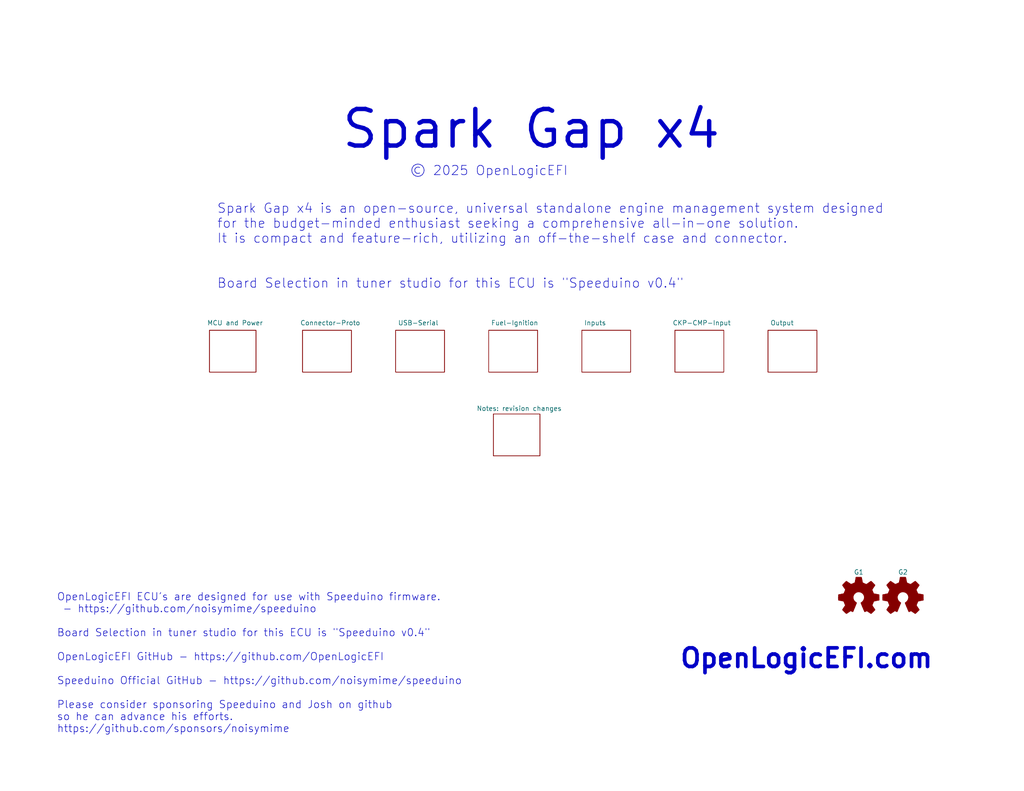
<source format=kicad_sch>
(kicad_sch (version 20250114) (generator "eeschema") (generator_version "9.0")
  (paper "USLetter")
  (title_block (title "Spark Gap x4") (date "2025-05-18") (rev "C") (company "OpenLogicEFI") (comment 1 "openlogicefi.com"))
  (lib_symbols
    (symbol "Graphic:Logo_Open_Hardware_Small" (pin_names (offset 1.016))
      (symbol "Logo_Open_Hardware_Small_0_1"
        (polyline (pts (xy 3.3528 -4.3434) (xy 3.302 -4.318) (xy 3.175 -4.2418) (xy 2.9972 -4.1148) (xy 2.7686 -3.9624) (xy 2.54 -3.81) (xy 2.3622 -3.7084) (xy 2.2352 -3.6068) (xy 2.1844 -3.5814) (xy 2.159 -3.6068) (xy 2.0574 -3.6576) (xy 1.905 -3.7338) (xy 1.8034 -3.7846) (xy 1.6764 -3.8354) (xy 1.6002 -3.8354) (xy 1.6002 -3.8354) (xy 1.5494 -3.7338) (xy 1.4732 -3.5306) (xy 1.3462 -3.302) (xy 1.2446 -3.0226) (xy 1.1176 -2.7178) (xy 0.9652 -2.413) (xy 0.8636 -2.1082) (xy 0.7366 -1.8288) (xy 0.6604 -1.6256) (xy 0.6096 -1.4732) (xy 0.5842 -1.397) (xy 0.5842 -1.397) (xy 0.6604 -1.3208) (xy 0.7874 -1.2446) (xy 1.0414 -1.016) (xy 1.2954 -0.6858) (xy 1.4478 -0.3302) (xy 1.524 0.0762) (xy 1.4732 0.4572) (xy 1.3208 0.8128) (xy 1.0668 1.143) (xy 0.762 1.3716) (xy 0.4064 1.524) (xy 0 1.5748) (xy -0.381 1.5494) (xy -0.7366 1.397) (xy -1.0668 1.143) (xy -1.2192 0.9906) (xy -1.397 0.6604) (xy -1.524 0.3048) (xy -1.524 0.2286) (xy -1.4986 -0.1778) (xy -1.397 -0.5334) (xy -1.1938 -0.8636) (xy -0.9144 -1.143) (xy -0.8636 -1.1684) (xy -0.7366 -1.27) (xy -0.635 -1.3462) (xy -0.5842 -1.397) (xy -1.0668 -2.5908) (xy -1.143 -2.794) (xy -1.2954 -3.1242) (xy -1.397 -3.4036) (xy -1.4986 -3.6322) (xy -1.5748 -3.7846) (xy -1.6002 -3.8354) (xy -1.6002 -3.8354) (xy -1.651 -3.8354) (xy -1.7272 -3.81) (xy -1.905 -3.7338) (xy -2.0066 -3.683) (xy -2.1336 -3.6068) (xy -2.2098 -3.5814) (xy -2.2606 -3.6068) (xy -2.3622 -3.683) (xy -2.54 -3.81) (xy -2.7686 -3.9624) (xy -2.9718 -4.0894) (xy -3.1496 -4.2164) (xy -3.302 -4.318) (xy -3.3528 -4.3434) (xy -3.3782 -4.3434) (xy -3.429 -4.318) (xy -3.5306 -4.2164) (xy -3.7084 -4.064) (xy -3.937 -3.8354) (xy -3.9624 -3.81) (xy -4.1656 -3.6068) (xy -4.318 -3.4544) (xy -4.4196 -3.3274) (xy -4.445 -3.2766) (xy -4.445 -3.2766) (xy -4.4196 -3.2258) (xy -4.318 -3.0734) (xy -4.2164 -2.8956) (xy -4.064 -2.667) (xy -3.6576 -2.0828) (xy -3.8862 -1.5494) (xy -3.937 -1.3716) (xy -4.0386 -1.1684) (xy -4.0894 -1.0414) (xy -4.1148 -0.9652) (xy -4.191 -0.9398) (xy -4.318 -0.9144) (xy -4.5466 -0.8636) (xy -4.8006 -0.8128) (xy -5.0546 -0.7874) (xy -5.2578 -0.7366) (xy -5.4356 -0.7112) (xy -5.5118 -0.6858) (xy -5.5118 -0.6858) (xy -5.5372 -0.635) (xy -5.5372 -0.5588) (xy -5.5372 -0.4318) (xy -5.5626 -0.2286) (xy -5.5626 0.0762) (xy -5.5626 0.127) (xy -5.5372 0.4064) (xy -5.5372 0.635) (xy -5.5372 0.762) (xy -5.5372 0.8382) (xy -5.5372 0.8382) (xy -5.461 0.8382) (xy -5.3086 0.889) (xy -5.08 0.9144) (xy -4.826 0.9652) (xy -4.8006 0.9906) (xy -4.5466 1.0414) (xy -4.318 1.0668) (xy -4.1656 1.1176) (xy -4.0894 1.143) (xy -4.0894 1.143) (xy -4.0386 1.2446) (xy -3.9624 1.4224) (xy -3.8608 1.6256) (xy -3.7846 1.8288) (xy -3.7084 2.0066) (xy -3.6576 2.159) (xy -3.6322 2.2098) (xy -3.6322 2.2098) (xy -3.683 2.286) (xy -3.7592 2.413) (xy -3.8862 2.5908) (xy -4.064 2.8194) (xy -4.064 2.8448) (xy -4.2164 3.0734) (xy -4.3434 3.2512) (xy -4.4196 3.3782) (xy -4.445 3.4544) (xy -4.445 3.4544) (xy -4.3942 3.5052) (xy -4.2926 3.6322) (xy -4.1148 3.81) (xy -3.937 4.0132) (xy -3.8608 4.064) (xy -3.6576 4.2926) (xy -3.5052 4.4196) (xy -3.4036 4.4958) (xy -3.3528 4.5212) (xy -3.3528 4.5212) (xy -3.302 4.4704) (xy -3.1496 4.3688) (xy -2.9718 4.2418) (xy -2.7432 4.0894) (xy -2.7178 4.0894) (xy -2.4892 3.937) (xy -2.3114 3.81) (xy -2.1844 3.7084) (xy -2.1336 3.683) (xy -2.1082 3.683) (xy -2.032 3.7084) (xy -1.8542 3.7592) (xy -1.6764 3.8354) (xy -1.4732 3.937) (xy -1.27 4.0132) (xy -1.143 4.064) (xy -1.0668 4.1148) (xy -1.0668 4.1148) (xy -1.0414 4.191) (xy -1.016 4.3434) (xy -0.9652 4.572) (xy -0.9144 4.8514) (xy -0.889 4.9022) (xy -0.8382 5.1562) (xy -0.8128 5.3848) (xy -0.7874 5.5372) (xy -0.762 5.588) (xy -0.7112 5.6134) (xy -0.5842 5.6134) (xy -0.4064 5.6134) (xy -0.1524 5.6134) (xy 0.0762 5.6134) (xy 0.3302 5.6134) (xy 0.5334 5.6134) (xy 0.6858 5.588) (xy 0.7366 5.588) (xy 0.7366 5.588) (xy 0.762 5.5118) (xy 0.8128 5.334) (xy 0.8382 5.1054) (xy 0.9144 4.826) (xy 0.9144 4.7752) (xy 0.9652 4.5212) (xy 1.016 4.2926) (xy 1.0414 4.1402) (xy 1.0668 4.0894) (xy 1.0668 4.0894) (xy 1.1938 4.0386) (xy 1.3716 3.9624) (xy 1.5748 3.8608) (xy 2.0828 3.6576) (xy 2.7178 4.0894) (xy 2.7686 4.1402) (xy 2.9972 4.2926) (xy 3.175 4.4196) (xy 3.302 4.4958) (xy 3.3782 4.5212) (xy 3.3782 4.5212) (xy 3.429 4.4704) (xy 3.556 4.3434) (xy 3.7338 4.191) (xy 3.9116 3.9878) (xy 4.064 3.8354) (xy 4.2418 3.6576) (xy 4.3434 3.556) (xy 4.4196 3.4798) (xy 4.4196 3.429) (xy 4.4196 3.4036) (xy 4.3942 3.3274) (xy 4.2926 3.2004) (xy 4.1656 2.9972) (xy 4.0132 2.794) (xy 3.8862 2.5908) (xy 3.7592 2.3876) (xy 3.6576 2.2352) (xy 3.6322 2.159) (xy 3.6322 2.1336) (xy 3.683 2.0066) (xy 3.7592 1.8288) (xy 3.8608 1.6002) (xy 4.064 1.1176) (xy 4.3942 1.0414) (xy 4.5974 1.016) (xy 4.8768 0.9652) (xy 5.1308 0.9144) (xy 5.5372 0.8382) (xy 5.5626 -0.6604) (xy 5.4864 -0.6858) (xy 5.4356 -0.6858) (xy 5.2832 -0.7366) (xy 5.0546 -0.762) (xy 4.8006 -0.8128) (xy 4.5974 -0.8636) (xy 4.3688 -0.9144) (xy 4.2164 -0.9398) (xy 4.1402 -0.9398) (xy 4.1148 -0.9652) (xy 4.064 -1.0668) (xy 3.9878 -1.2446) (xy 3.9116 -1.4478) (xy 3.81 -1.651) (xy 3.7338 -1.8542) (xy 3.683 -2.0066) (xy 3.6576 -2.0828) (xy 3.683 -2.1336) (xy 3.7846 -2.2606) (xy 3.8862 -2.4638) (xy 4.0386 -2.667) (xy 4.191 -2.8956) (xy 4.318 -3.0734) (xy 4.3942 -3.2004) (xy 4.445 -3.2766) (xy 4.4196 -3.3274) (xy 4.3434 -3.429) (xy 4.1656 -3.5814) (xy 3.937 -3.8354) (xy 3.8862 -3.8608) (xy 3.683 -4.064) (xy 3.5306 -4.2164) (xy 3.4036 -4.318) (xy 3.3528 -4.3434)) (fill (type outline)))
      )
    )
  )
  (text "OpenLogicEFI ECU's are designed for use with Speeduino firmware.\n - https://github.com/noisymime/speeduino\n\nBoard Selection in tuner studio for this ECU is \"Speeduino v0.4\"\n\nOpenLogicEFI GitHub - https://github.com/OpenLogicEFI\n\nSpeeduino Official GitHub - https://github.com/noisymime/speeduino\n\nPlease consider sponsoring Speeduino and Josh on github\nso he can advance his efforts.\nhttps://github.com/sponsors/noisymime" (at 15.494 181.102 0) (effects (font (size 2.032 2.032)) (justify left)))
  (text "© 2025 OpenLogicEFI" (at 111.76 48.26 0) (effects (font (size 2.54 2.54)) (justify left bottom)))
  (text "OpenLogicEFI.com" (at 185.166 182.88 0) (effects (font (size 5.08 5.08) (thickness 1) (bold yes)) (justify left bottom)))
  (text "Spark Gap x4 is an open-source, universal standalone engine management system designed\nfor the budget-minded enthusiast seeking a comprehensive all-in-one solution.\nIt is compact and feature-rich, utilizing an off-the-shelf case and connector.\n\n\nBoard Selection in tuner studio for this ECU is \"Speeduino v0.4\"" (at 59.182 78.994 0) (effects (font (size 2.54 2.54)) (justify left bottom)))
  (text "Spark Gap x4" (at 92.71 41.275 0) (effects (font (size 10 10) (thickness 1.2) (bold yes)) (justify left bottom)))
  (symbol (lib_id "Graphic:Logo_Open_Hardware_Small") (at 234.315 163.195 0) (unit 1) (in_bom no)
    (property "Reference" "G1" (at 234.315 156.21 0))
    (property "Value" "Logo_Open_Hardware_Small" (effects (hide yes)))
    (property "Footprint" "Detonation-Logos:SpeeduinoCompatible-14mm" (effects (hide yes)))
  )
  (symbol (lib_id "Graphic:Logo_Open_Hardware_Small") (at 246.38 163.195 0) (unit 1) (in_bom no)
    (property "Reference" "G2" (at 246.38 156.21 0))
    (property "Value" "Logo_Open_Hardware_Small" (effects (hide yes)))
    (property "Footprint" "Symbol:OSHW-Logo2_7.3x6mm_SilkScreen" (effects (hide yes)))
  )
  (sheet (at 82.55 90.17) (size 13.335 11.43)
    (property "Sheetname" "Connector-Proto" (at 81.915 88.9 0) (effects (justify left bottom)))
    (property "Sheetfile" "Connector.kicad_sch" (effects (hide yes)))
  )
  (sheet (at 133.35 90.17) (size 13.335 11.43)
    (property "Sheetname" "Fuel-Ignition" (at 133.985 88.9 0) (effects (justify left bottom)))
    (property "Sheetfile" "Fuel-Ignition.kicad_sch" (effects (hide yes)))
  )
  (sheet (at 158.75 90.17) (size 13.335 11.43)
    (property "Sheetname" "Inputs" (at 159.385 88.9 0) (effects (justify left bottom)))
    (property "Sheetfile" "input.kicad_sch" (effects (hide yes)))
  )
  (sheet (at 209.55 90.17) (size 13.335 11.43)
    (property "Sheetname" "Output" (at 210.185 88.9 0) (effects (justify left bottom)))
    (property "Sheetfile" "Output.kicad_sch" (effects (hide yes)))
  )
  (sheet (at 57.15 90.17) (size 12.7 11.43) (stroke (width 0.1524))
    (property "Sheetname" "MCU and Power" (at 56.515 88.9 0) (effects (justify left bottom)))
    (property "Sheetfile" "MCU-Power.kicad_sch" (effects (hide yes)))
  )
  (sheet (at 107.95 90.17) (size 13.335 11.43) (stroke (width 0.1524))
    (property "Sheetname" "USB-Serial" (at 108.585 88.9 0) (effects (justify left bottom)))
    (property "Sheetfile" "serial.kicad_sch" (effects (hide yes)))
  )
  (sheet (at 184.15 90.17) (size 13.335 11.43) (stroke (width 0.1524))
    (property "Sheetname" "CKP-CMP-Input" (at 183.515 88.9 0) (effects (justify left bottom)))
    (property "Sheetfile" "untitled.kicad_sch" (effects (hide yes)))
  )
  (sheet (at 134.62 113.03) (size 12.7 11.43) (stroke (width 0.1524))
    (property "Sheetname" "Notes: revision changes" (at 130.048 112.268 0) (effects (justify left bottom)))
    (property "Sheetfile" "notes.kicad_sch" (effects (hide yes)))
  )
)
</source>
